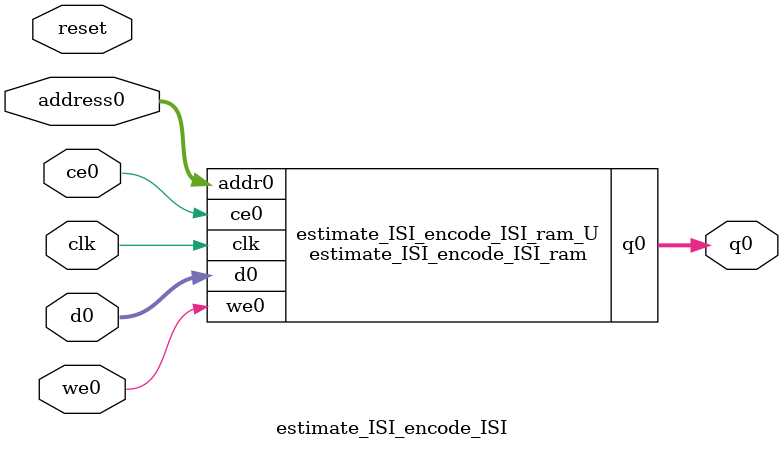
<source format=v>
`timescale 1 ns / 1 ps
module estimate_ISI_encode_ISI_ram (addr0, ce0, d0, we0, q0,  clk);

parameter DWIDTH = 32;
parameter AWIDTH = 7;
parameter MEM_SIZE = 96;

input[AWIDTH-1:0] addr0;
input ce0;
input[DWIDTH-1:0] d0;
input we0;
output reg[DWIDTH-1:0] q0;
input clk;

(* ram_style = "block" *)reg [DWIDTH-1:0] ram[0:MEM_SIZE-1];




always @(posedge clk)  
begin 
    if (ce0) 
    begin
        if (we0) 
        begin 
            ram[addr0] <= d0; 
        end 
        q0 <= ram[addr0];
    end
end


endmodule

`timescale 1 ns / 1 ps
module estimate_ISI_encode_ISI(
    reset,
    clk,
    address0,
    ce0,
    we0,
    d0,
    q0);

parameter DataWidth = 32'd32;
parameter AddressRange = 32'd96;
parameter AddressWidth = 32'd7;
input reset;
input clk;
input[AddressWidth - 1:0] address0;
input ce0;
input we0;
input[DataWidth - 1:0] d0;
output[DataWidth - 1:0] q0;



estimate_ISI_encode_ISI_ram estimate_ISI_encode_ISI_ram_U(
    .clk( clk ),
    .addr0( address0 ),
    .ce0( ce0 ),
    .we0( we0 ),
    .d0( d0 ),
    .q0( q0 ));

endmodule


</source>
